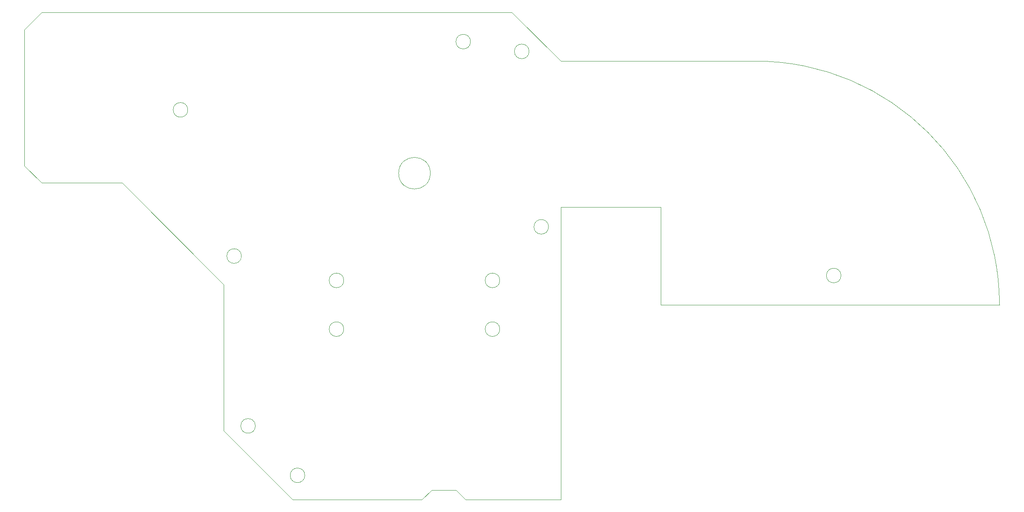
<source format=gko>
G04 #@! TF.GenerationSoftware,KiCad,Pcbnew,5.1.8+dfsg1-1~bpo10+1*
G04 #@! TF.CreationDate,2021-01-29T11:48:38+00:00*
G04 #@! TF.ProjectId,mobo,6d6f626f-2e6b-4696-9361-645f70636258,rev?*
G04 #@! TF.SameCoordinates,Original*
G04 #@! TF.FileFunction,Profile,NP*
%FSLAX46Y46*%
G04 Gerber Fmt 4.6, Leading zero omitted, Abs format (unit mm)*
G04 Created by KiCad (PCBNEW 5.1.8+dfsg1-1~bpo10+1) date 2021-01-29 11:48:38*
%MOMM*%
%LPD*%
G01*
G04 APERTURE LIST*
G04 #@! TA.AperFunction,Profile*
%ADD10C,0.050000*%
G04 #@! TD*
G04 APERTURE END LIST*
D10*
X116100000Y-45400000D02*
X116100000Y-105400000D01*
X6100000Y-8935000D02*
X9636000Y-5400000D01*
X61100000Y-105400000D02*
X46958000Y-91258000D01*
X26100000Y-40400000D02*
X9636000Y-40400000D01*
X9636000Y-40400000D02*
X6100000Y-36864000D01*
X6100000Y-36864000D02*
X6100000Y-8935000D01*
X46958000Y-61258000D02*
X26100000Y-40400000D01*
X106100000Y-5400000D02*
X116100000Y-15400000D01*
X136600000Y-65400000D02*
X206100000Y-65400000D01*
X46958000Y-91258000D02*
X46958000Y-61258000D01*
X9636000Y-5400000D02*
X106100000Y-5400000D01*
X116100000Y-105400000D02*
X96600000Y-105400000D01*
X116100000Y-15400000D02*
X156100000Y-15400000D01*
X136600000Y-65400000D02*
X136600000Y-45400000D01*
X136600000Y-45400000D02*
X116100000Y-45400000D01*
X87600000Y-105400000D02*
X89600000Y-103400000D01*
X89600000Y-103400000D02*
X94600000Y-103400000D01*
X94600000Y-103400000D02*
X96600000Y-105400000D01*
X87600000Y-105400000D02*
X61100000Y-105400000D01*
X156100000Y-15400000D02*
G75*
G02*
X206100000Y-65400000I0J-50000000D01*
G01*
X113600000Y-49400000D02*
G75*
G03*
X113600000Y-49400000I-1500000J0D01*
G01*
X89350000Y-38400000D02*
G75*
G03*
X89350000Y-38400000I-3250000J0D01*
G01*
X71600000Y-60400000D02*
G75*
G03*
X71600000Y-60400000I-1500000J0D01*
G01*
X103600000Y-60400000D02*
G75*
G03*
X103600000Y-60400000I-1500000J0D01*
G01*
X109600000Y-13400000D02*
G75*
G03*
X109600000Y-13400000I-1500000J0D01*
G01*
X173600000Y-59400000D02*
G75*
G03*
X173600000Y-59400000I-1500000J0D01*
G01*
X103600000Y-70400000D02*
G75*
G03*
X103600000Y-70400000I-1500000J0D01*
G01*
X50600000Y-55400000D02*
G75*
G03*
X50600000Y-55400000I-1500000J0D01*
G01*
X71600000Y-70400000D02*
G75*
G03*
X71600000Y-70400000I-1500000J0D01*
G01*
X39600000Y-25400000D02*
G75*
G03*
X39600000Y-25400000I-1500000J0D01*
G01*
X53458000Y-90258000D02*
G75*
G03*
X53458000Y-90258000I-1500000J0D01*
G01*
X63600000Y-100400000D02*
G75*
G03*
X63600000Y-100400000I-1500000J0D01*
G01*
X97600000Y-11400000D02*
G75*
G03*
X97600000Y-11400000I-1500000J0D01*
G01*
M02*

</source>
